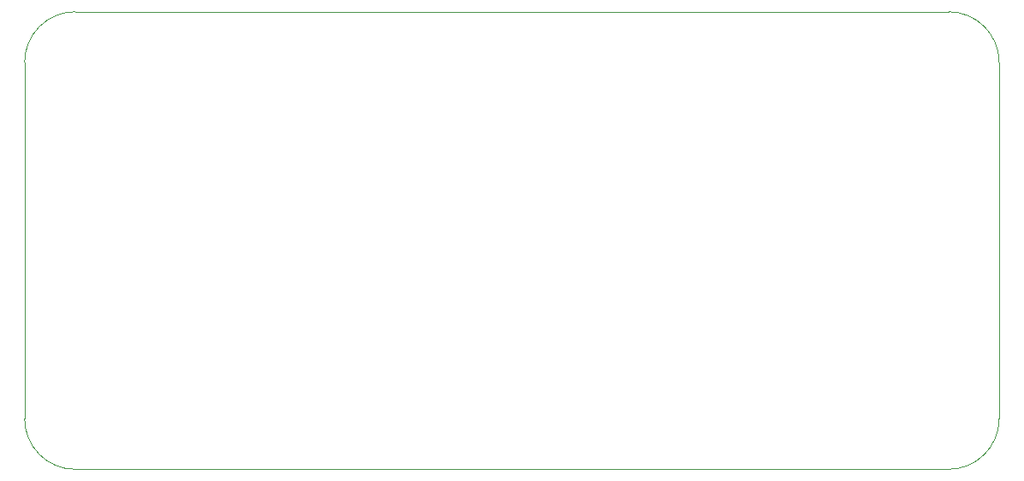
<source format=gbr>
%TF.GenerationSoftware,KiCad,Pcbnew,8.0.4*%
%TF.CreationDate,2024-08-08T16:53:51-05:00*%
%TF.ProjectId,GP2040-RE,47503230-3430-42d5-9245-2e6b69636164,rev?*%
%TF.SameCoordinates,Original*%
%TF.FileFunction,Profile,NP*%
%FSLAX46Y46*%
G04 Gerber Fmt 4.6, Leading zero omitted, Abs format (unit mm)*
G04 Created by KiCad (PCBNEW 8.0.4) date 2024-08-08 16:53:51*
%MOMM*%
%LPD*%
G01*
G04 APERTURE LIST*
%TA.AperFunction,Profile*%
%ADD10C,0.050000*%
%TD*%
G04 APERTURE END LIST*
D10*
X243793000Y-50800000D02*
G75*
G02*
X248793000Y-55800000I0J-5000000D01*
G01*
X248793000Y-91062800D02*
G75*
G02*
X243793000Y-96062800I-5000000J0D01*
G01*
X152425400Y-55800000D02*
G75*
G02*
X157425400Y-50800000I5000000J0D01*
G01*
X157425400Y-96062800D02*
G75*
G02*
X152425400Y-91062800I0J5000000D01*
G01*
X157425400Y-50800000D02*
X243793000Y-50800000D01*
X243793000Y-96062800D02*
X157425400Y-96062800D01*
X248793000Y-55800000D02*
X248793000Y-91062800D01*
X152425400Y-91062800D02*
X152425400Y-55800000D01*
M02*

</source>
